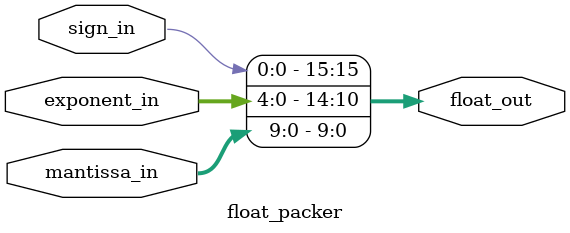
<source format=sv>
module float_rot #(
    parameter EXP_WIDTH = 5,
    parameter MANT_WIDTH = 10
)(
    input  [EXP_WIDTH+MANT_WIDTH:0]   float_in,
    input  [4:0]                      shift_amt,
    output [EXP_WIDTH+MANT_WIDTH:0]   float_out
);

    // Internal signals
    wire                               sign_bit;
    wire [EXP_WIDTH-1:0]               exponent_bits;
    wire [MANT_WIDTH:0]                mantissa_bits;
    wire [MANT_WIDTH:0]                rotated_mantissa;
    wire [MANT_WIDTH-1:0]              mantissa_packed;

    // Extract sign bit submodule
    sign_extractor #(
        .EXP_WIDTH(EXP_WIDTH),
        .MANT_WIDTH(MANT_WIDTH)
    ) u_sign_extractor (
        .float_in(float_in),
        .sign_out(sign_bit)
    );

    // Extract exponent field submodule
    exponent_extractor #(
        .EXP_WIDTH(EXP_WIDTH),
        .MANT_WIDTH(MANT_WIDTH)
    ) u_exponent_extractor (
        .float_in(float_in),
        .exponent_out(exponent_bits)
    );

    // Extract mantissa bits submodule
    mantissa_extractor #(
        .MANT_WIDTH(MANT_WIDTH)
    ) u_mantissa_extractor (
        .float_in(float_in),
        .mantissa_out(mantissa_bits)
    );

    // Mantissa rotation submodule
    mantissa_rotator #(
        .MANT_WIDTH(MANT_WIDTH)
    ) u_mantissa_rotator (
        .mantissa_in(mantissa_bits),
        .shift_amt(shift_amt),
        .mantissa_out(rotated_mantissa)
    );

    // Mantissa truncation submodule (extracts [MANT_WIDTH:1])
    mantissa_truncator #(
        .MANT_WIDTH(MANT_WIDTH)
    ) u_mantissa_truncator (
        .mantissa_in(rotated_mantissa),
        .mantissa_trunc(mantissa_packed)
    );

    // Output packing submodule
    float_packer #(
        .EXP_WIDTH(EXP_WIDTH),
        .MANT_WIDTH(MANT_WIDTH)
    ) u_float_packer (
        .sign_in(sign_bit),
        .exponent_in(exponent_bits),
        .mantissa_in(mantissa_packed),
        .float_out(float_out)
    );

endmodule

// -------------------------------------------------------------
// sign_extractor: Extracts the sign bit from floating-point input
// -------------------------------------------------------------
module sign_extractor #(
    parameter EXP_WIDTH = 5,
    parameter MANT_WIDTH = 10
)(
    input  [EXP_WIDTH+MANT_WIDTH:0] float_in,
    output                          sign_out
);
    assign sign_out = float_in[EXP_WIDTH+MANT_WIDTH];
endmodule

// -----------------------------------------------------------------
// exponent_extractor: Extracts the exponent field from input vector
// -----------------------------------------------------------------
module exponent_extractor #(
    parameter EXP_WIDTH = 5,
    parameter MANT_WIDTH = 10
)(
    input  [EXP_WIDTH+MANT_WIDTH:0] float_in,
    output [EXP_WIDTH-1:0]          exponent_out
);
    assign exponent_out = float_in[EXP_WIDTH+MANT_WIDTH-1:MANT_WIDTH];
endmodule

// -------------------------------------------------------------------
// mantissa_extractor: Extracts the mantissa field from input vector
// -------------------------------------------------------------------
module mantissa_extractor #(
    parameter MANT_WIDTH = 10
)(
    input  [MANT_WIDTH + 5:0] float_in, // EXP_WIDTH is not needed for slicing
    output [MANT_WIDTH:0]     mantissa_out
);
    assign mantissa_out = float_in[MANT_WIDTH:0];
endmodule

// -------------------------------------------------------------------------
// mantissa_rotator: Performs right rotation on mantissa bits
// -------------------------------------------------------------------------
module mantissa_rotator #(
    parameter MANT_WIDTH = 10
)(
    input  [MANT_WIDTH:0] mantissa_in,
    input  [4:0]          shift_amt,
    output [MANT_WIDTH:0] mantissa_out
);
    // Concatenate mantissa for rotation and perform right shift
    assign mantissa_out = {mantissa_in, mantissa_in} >> shift_amt;
endmodule

// ---------------------------------------------------------------------------
// mantissa_truncator: Truncates rotated mantissa to required width [MANT_WIDTH:1]
// ---------------------------------------------------------------------------
module mantissa_truncator #(
    parameter MANT_WIDTH = 10
)(
    input  [MANT_WIDTH:0] mantissa_in,
    output [MANT_WIDTH-1:0] mantissa_trunc
);
    assign mantissa_trunc = mantissa_in[MANT_WIDTH:1];
endmodule

// -----------------------------------------------------------------------------
// float_packer: Assembles the sign, exponent, and mantissa fields into output
// -----------------------------------------------------------------------------
module float_packer #(
    parameter EXP_WIDTH = 5,
    parameter MANT_WIDTH = 10
)(
    input                       sign_in,
    input      [EXP_WIDTH-1:0]  exponent_in,
    input      [MANT_WIDTH-1:0] mantissa_in,
    output reg [EXP_WIDTH+MANT_WIDTH:0] float_out
);
    always @(*) begin
        float_out = {sign_in, exponent_in, mantissa_in};
    end
endmodule
</source>
